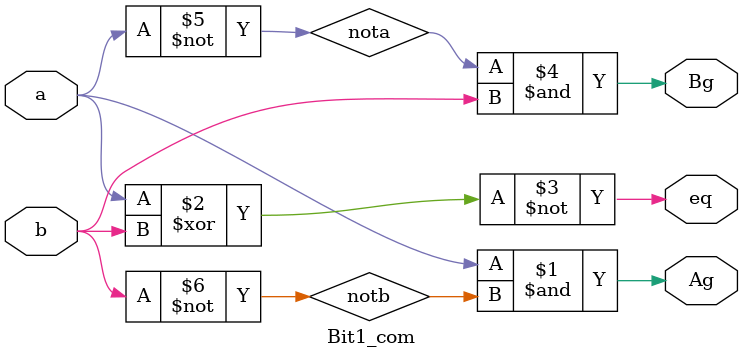
<source format=v>

module Bit1_com(

 input a,
 input b,
 output eq,
 output Ag,
 output Bg
);

wire nota;
wire notb;


not not1(nota,a);
not not2(notb,b);
and AND1(Ag,a,notb);
xnor XNOR1(eq,a,b);
and AND2(Bg,nota,b);

endmodule
</source>
